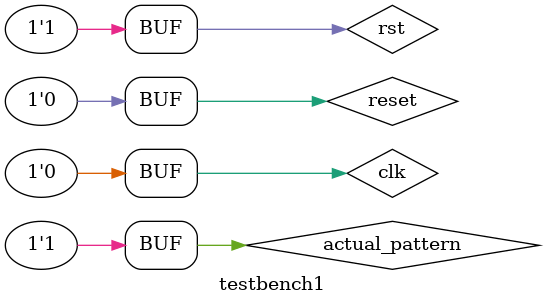
<source format=sv>
module testbench1();
	logic clk, reset, actual_pattern, predicted_patter, y_match, z, z_match, rst;
	logic [7:0] x_cnt, y_cnt, z_cnt;
	
	fsmNewDesign a (clk, reset, rst, actual_pattern, x_cnt, predicted_patter, y_match, z, z_match, y_cnt, z_cnt);
	
	always
		begin
			clk = 1; #5; clk = 0; #5;
		end

	initial begin
		
		
		rst = 0; reset = 0; actual_pattern = 0; #10; 
	
		rst = 1; 
		actual_pattern = 0; #35;
		actual_pattern = 1; #40;
		actual_pattern = 0; #40;
		actual_pattern = 1; #40;
		actual_pattern = 0; #40;
		actual_pattern = 1; #40;
		actual_pattern = 0; #40;
		actual_pattern = 1; #40;
		actual_pattern = 0; #40;
		actual_pattern = 1; #40;
		actual_pattern = 0; #200;
		actual_pattern = 1; #200;
		actual_pattern = 0; #40;
		actual_pattern = 1; #160;
		actual_pattern = 0; #80;
		actual_pattern = 1; #120;
		actual_pattern = 0; #120;
		actual_pattern = 1; #80;
		actual_pattern = 0; #160;
		actual_pattern = 1; #40;
		actual_pattern = 0; #40;
		actual_pattern = 1; #120;
		actual_pattern = 0; #40;
		actual_pattern = 1; #40;
		actual_pattern = 0; #120;
		actual_pattern = 1; #40;
		actual_pattern = 0; #80;
		actual_pattern = 1; #40;
		actual_pattern = 0; #80;
		actual_pattern = 1; #80;
		actual_pattern = 0; #40;
		actual_pattern = 1; #80;
		end
endmodule
		

</source>
